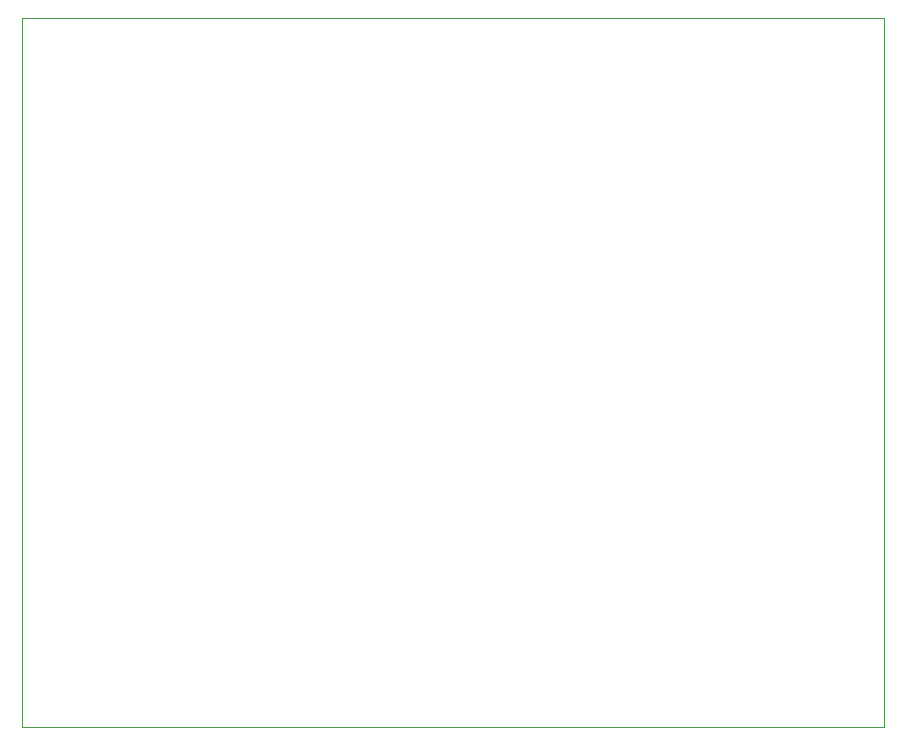
<source format=gm1>
%TF.GenerationSoftware,KiCad,Pcbnew,9.0.0+dfsg-1*%
%TF.CreationDate,2025-03-12T17:56:56+01:00*%
%TF.ProjectId,relays-array-2,72656c61-7973-42d6-9172-7261792d322e,1.0*%
%TF.SameCoordinates,Original*%
%TF.FileFunction,Profile,NP*%
%FSLAX46Y46*%
G04 Gerber Fmt 4.6, Leading zero omitted, Abs format (unit mm)*
G04 Created by KiCad (PCBNEW 9.0.0+dfsg-1) date 2025-03-12 17:56:56*
%MOMM*%
%LPD*%
G01*
G04 APERTURE LIST*
%TA.AperFunction,Profile*%
%ADD10C,0.050000*%
%TD*%
G04 APERTURE END LIST*
D10*
X36000000Y-66750000D02*
X109000000Y-66750000D01*
X109000000Y-126750000D01*
X36000000Y-126750000D01*
X36000000Y-66750000D01*
M02*

</source>
